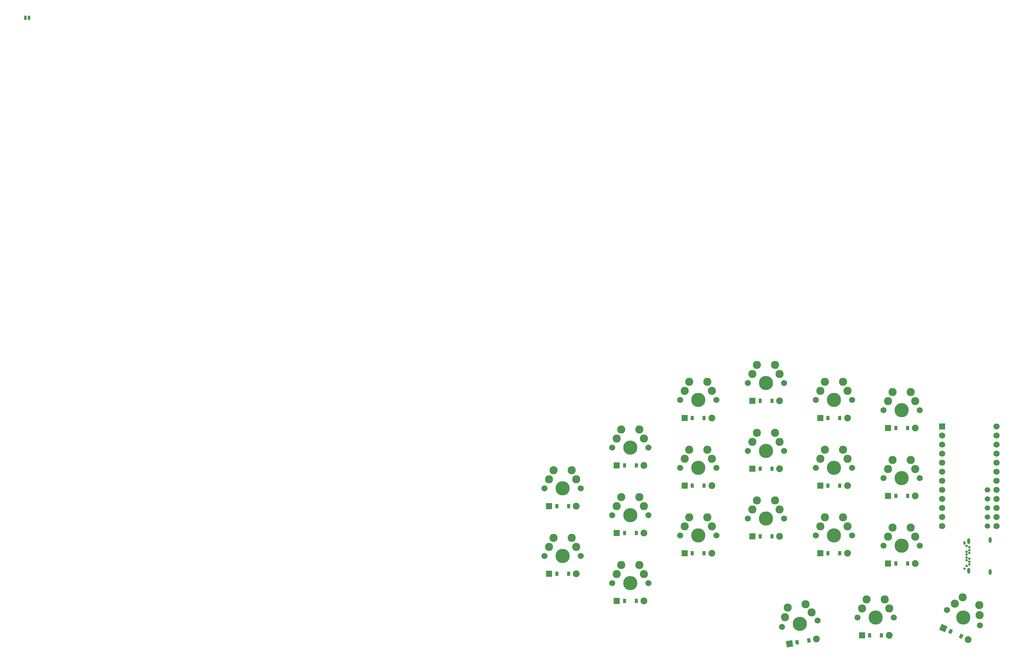
<source format=gbr>
%TF.GenerationSoftware,KiCad,Pcbnew,(7.0.0-0)*%
%TF.CreationDate,2023-06-05T18:59:05+10:00*%
%TF.ProjectId,trone,74726f6e-652e-46b6-9963-61645f706362,v1.0.0*%
%TF.SameCoordinates,Original*%
%TF.FileFunction,Soldermask,Top*%
%TF.FilePolarity,Negative*%
%FSLAX46Y46*%
G04 Gerber Fmt 4.6, Leading zero omitted, Abs format (unit mm)*
G04 Created by KiCad (PCBNEW (7.0.0-0)) date 2023-06-05 18:59:05*
%MOMM*%
%LPD*%
G01*
G04 APERTURE LIST*
G04 Aperture macros list*
%AMRotRect*
0 Rectangle, with rotation*
0 The origin of the aperture is its center*
0 $1 length*
0 $2 width*
0 $3 Rotation angle, in degrees counterclockwise*
0 Add horizontal line*
21,1,$1,$2,0,0,$3*%
G04 Aperture macros list end*
%ADD10C,1.701800*%
%ADD11C,3.987800*%
%ADD12C,2.286000*%
%ADD13RotRect,1.778000X1.778000X10.000000*%
%ADD14RotRect,0.900000X1.200000X10.000000*%
%ADD15C,1.905000*%
%ADD16R,0.635000X1.143000*%
%ADD17R,1.778000X1.778000*%
%ADD18R,0.900000X1.200000*%
%ADD19R,1.752600X1.752600*%
%ADD20C,1.752600*%
%ADD21C,1.524000*%
%ADD22RotRect,1.778000X1.778000X335.000000*%
%ADD23RotRect,0.900000X1.200000X335.000000*%
%ADD24C,0.650000*%
%ADD25C,0.700000*%
%ADD26O,0.800000X1.600000*%
G04 APERTURE END LIST*
D10*
%TO.C,S15*%
X239920000Y-148092500D03*
D11*
X245000000Y-148092500D03*
D10*
X250080000Y-148092500D03*
D12*
X242460000Y-143012500D03*
X247540000Y-143012500D03*
X241190000Y-145552500D03*
X248810000Y-145552500D03*
%TD*%
D10*
%TO.C,S9*%
X201920000Y-140472500D03*
D11*
X207000000Y-140472500D03*
D10*
X212080000Y-140472500D03*
D12*
X204460000Y-135392500D03*
X209540000Y-135392500D03*
X203190000Y-137932500D03*
X210810000Y-137932500D03*
%TD*%
D10*
%TO.C,S2*%
X144920000Y-132000000D03*
D11*
X150000000Y-132000000D03*
D10*
X155080000Y-132000000D03*
D12*
X147460000Y-126920000D03*
X152540000Y-126920000D03*
X146190000Y-129460000D03*
X153810000Y-129460000D03*
%TD*%
D13*
%TO.C,D18*%
X213591122Y-175585638D03*
D14*
X215718307Y-175210557D03*
X218968173Y-174637519D03*
D15*
X221095359Y-174262439D03*
%TD*%
D16*
%TO.C,J1*%
X-500379Y0D03*
X500379Y0D03*
%TD*%
D10*
%TO.C,S16*%
X239920000Y-129092500D03*
D11*
X245000000Y-129092500D03*
D10*
X250080000Y-129092500D03*
D12*
X242460000Y-124012500D03*
X247540000Y-124012500D03*
X241190000Y-126552500D03*
X248810000Y-126552500D03*
%TD*%
D10*
%TO.C,S19*%
X232606347Y-168200685D03*
D11*
X237686347Y-168200685D03*
D10*
X242766347Y-168200685D03*
D12*
X235146347Y-163120685D03*
X240226347Y-163120685D03*
X233876347Y-165660685D03*
X241496347Y-165660685D03*
%TD*%
D17*
%TO.C,D15*%
X241189999Y-153092499D03*
D18*
X243349999Y-153092499D03*
X246649999Y-153092499D03*
D15*
X248810000Y-153092500D03*
%TD*%
D10*
%TO.C,S10*%
X201920000Y-121472500D03*
D11*
X207000000Y-121472500D03*
D10*
X212080000Y-121472500D03*
D12*
X204460000Y-116392500D03*
X209540000Y-116392500D03*
X203190000Y-118932500D03*
X210810000Y-118932500D03*
%TD*%
D17*
%TO.C,D16*%
X241189999Y-134092499D03*
D18*
X243349999Y-134092499D03*
X246649999Y-134092499D03*
D15*
X248810000Y-134092500D03*
%TD*%
D10*
%TO.C,S1*%
X144920000Y-151000000D03*
D11*
X150000000Y-151000000D03*
D10*
X155080000Y-151000000D03*
D12*
X147460000Y-145920000D03*
X152540000Y-145920000D03*
X146190000Y-148460000D03*
X153810000Y-148460000D03*
%TD*%
D17*
%TO.C,D4*%
X165189999Y-144569999D03*
D18*
X167349999Y-144569999D03*
X170649999Y-144569999D03*
D15*
X172810000Y-144570000D03*
%TD*%
D10*
%TO.C,S5*%
X163920000Y-120570000D03*
D11*
X169000000Y-120570000D03*
D10*
X174080000Y-120570000D03*
D12*
X166460000Y-115490000D03*
X171540000Y-115490000D03*
X165190000Y-118030000D03*
X172810000Y-118030000D03*
%TD*%
D17*
%TO.C,D7*%
X184189999Y-131234999D03*
D18*
X186349999Y-131234999D03*
X189649999Y-131234999D03*
D15*
X191810000Y-131235000D03*
%TD*%
D17*
%TO.C,D5*%
X165189999Y-125569999D03*
D18*
X167349999Y-125569999D03*
X170649999Y-125569999D03*
D15*
X172810000Y-125570000D03*
%TD*%
D10*
%TO.C,S14*%
X220920000Y-107235000D03*
D11*
X226000000Y-107235000D03*
D10*
X231080000Y-107235000D03*
D12*
X223460000Y-102155000D03*
X228540000Y-102155000D03*
X222190000Y-104695000D03*
X229810000Y-104695000D03*
%TD*%
D17*
%TO.C,D6*%
X184189999Y-150234999D03*
D18*
X186349999Y-150234999D03*
X189649999Y-150234999D03*
D15*
X191810000Y-150235000D03*
%TD*%
D10*
%TO.C,S7*%
X182920000Y-126235000D03*
D11*
X188000000Y-126235000D03*
D10*
X193080000Y-126235000D03*
D12*
X185460000Y-121155000D03*
X190540000Y-121155000D03*
X184190000Y-123695000D03*
X191810000Y-123695000D03*
%TD*%
D10*
%TO.C,S3*%
X163920000Y-158570000D03*
D11*
X169000000Y-158570000D03*
D10*
X174080000Y-158570000D03*
D12*
X166460000Y-153490000D03*
X171540000Y-153490000D03*
X165190000Y-156030000D03*
X172810000Y-156030000D03*
%TD*%
D17*
%TO.C,D8*%
X184189999Y-112234999D03*
D18*
X186349999Y-112234999D03*
X189649999Y-112234999D03*
D15*
X191810000Y-112235000D03*
%TD*%
D17*
%TO.C,D3*%
X165189999Y-163569999D03*
D18*
X167349999Y-163569999D03*
X170649999Y-163569999D03*
D15*
X172810000Y-163570000D03*
%TD*%
D10*
%TO.C,S11*%
X201920000Y-102472500D03*
D11*
X207000000Y-102472500D03*
D10*
X212080000Y-102472500D03*
D12*
X204460000Y-97392500D03*
X209540000Y-97392500D03*
X203190000Y-99932500D03*
X210810000Y-99932500D03*
%TD*%
D19*
%TO.C,MCU1*%
X256379999Y-114622499D03*
D20*
X256380000Y-117162500D03*
X256380000Y-119702500D03*
X256380000Y-122242500D03*
X256380000Y-124782500D03*
X256380000Y-127322500D03*
X256380000Y-129862500D03*
X256380000Y-132402500D03*
X256380000Y-134942500D03*
X256380000Y-137482500D03*
X256380000Y-140022500D03*
X256380000Y-142562500D03*
X271620000Y-114622500D03*
X271620000Y-117162500D03*
X271620000Y-119702500D03*
X271620000Y-122242500D03*
X271620000Y-124782500D03*
X271620000Y-127322500D03*
X271620000Y-129862500D03*
X271620000Y-132402500D03*
X271620000Y-134942500D03*
X271620000Y-137482500D03*
X271620000Y-140022500D03*
X271620000Y-142562500D03*
D21*
X269080000Y-132402500D03*
X269080000Y-134942500D03*
X269080000Y-137482500D03*
X269080000Y-140022500D03*
X269080000Y-142562500D03*
%TD*%
D22*
%TO.C,D20*%
X256715921Y-171190377D03*
D23*
X258673546Y-172103233D03*
X261664362Y-173497873D03*
D15*
X263621988Y-174410730D03*
%TD*%
D10*
%TO.C,S12*%
X220920000Y-145235000D03*
D11*
X226000000Y-145235000D03*
D10*
X231080000Y-145235000D03*
D12*
X223460000Y-140155000D03*
X228540000Y-140155000D03*
X222190000Y-142695000D03*
X229810000Y-142695000D03*
%TD*%
D17*
%TO.C,D10*%
X203189999Y-126472499D03*
D18*
X205349999Y-126472499D03*
X208649999Y-126472499D03*
D15*
X210810000Y-126472500D03*
%TD*%
D17*
%TO.C,D11*%
X203189999Y-107472499D03*
D18*
X205349999Y-107472499D03*
X208649999Y-107472499D03*
D15*
X210810000Y-107472500D03*
%TD*%
D10*
%TO.C,S17*%
X239920000Y-110092500D03*
D11*
X245000000Y-110092500D03*
D10*
X250080000Y-110092500D03*
D12*
X242460000Y-105012500D03*
X247540000Y-105012500D03*
X241190000Y-107552500D03*
X248810000Y-107552500D03*
%TD*%
D10*
%TO.C,S4*%
X163920000Y-139570000D03*
D11*
X169000000Y-139570000D03*
D10*
X174080000Y-139570000D03*
D12*
X166460000Y-134490000D03*
X171540000Y-134490000D03*
X165190000Y-137030000D03*
X172810000Y-137030000D03*
%TD*%
D17*
%TO.C,D9*%
X203189999Y-145472499D03*
D18*
X205349999Y-145472499D03*
X208649999Y-145472499D03*
D15*
X210810000Y-145472500D03*
%TD*%
D10*
%TO.C,S8*%
X182920000Y-107235000D03*
D11*
X188000000Y-107235000D03*
D10*
X193080000Y-107235000D03*
D12*
X185460000Y-102155000D03*
X190540000Y-102155000D03*
X184190000Y-104695000D03*
X191810000Y-104695000D03*
%TD*%
D10*
%TO.C,S13*%
X220920000Y-126235000D03*
D11*
X226000000Y-126235000D03*
D10*
X231080000Y-126235000D03*
D12*
X223460000Y-121155000D03*
X228540000Y-121155000D03*
X222190000Y-123695000D03*
X229810000Y-123695000D03*
%TD*%
D17*
%TO.C,D17*%
X241189999Y-115092499D03*
D18*
X243349999Y-115092499D03*
X246649999Y-115092499D03*
D15*
X248810000Y-115092500D03*
%TD*%
D17*
%TO.C,D14*%
X222189999Y-112234999D03*
D18*
X224349999Y-112234999D03*
X227649999Y-112234999D03*
D15*
X229810000Y-112235000D03*
%TD*%
D17*
%TO.C,D19*%
X233876346Y-173200684D03*
D18*
X236036346Y-173200684D03*
X239336346Y-173200684D03*
D15*
X241496347Y-173200685D03*
%TD*%
D17*
%TO.C,D2*%
X146189999Y-136999999D03*
D18*
X148349999Y-136999999D03*
X151649999Y-136999999D03*
D15*
X153810000Y-137000000D03*
%TD*%
D10*
%TO.C,S6*%
X182920000Y-145235000D03*
D11*
X188000000Y-145235000D03*
D10*
X193080000Y-145235000D03*
D12*
X185460000Y-140155000D03*
X190540000Y-140155000D03*
X184190000Y-142695000D03*
X191810000Y-142695000D03*
%TD*%
D24*
%TO.C,USBC1*%
X262567500Y-154550000D03*
X262567500Y-147500000D03*
X262567500Y-147200000D03*
D25*
X263217500Y-148150000D03*
X263917500Y-148550000D03*
X263917500Y-149350000D03*
X263217500Y-149750000D03*
X263917500Y-150150000D03*
X263217500Y-150550000D03*
X263217500Y-151350000D03*
X263917500Y-151750000D03*
X263217500Y-152150000D03*
X263917500Y-152550000D03*
X263917500Y-153350000D03*
X263217500Y-153750000D03*
D26*
X263817499Y-155079999D03*
X263817499Y-146819999D03*
X269767499Y-155439999D03*
X269767499Y-146459999D03*
%TD*%
D17*
%TO.C,D12*%
X222189999Y-150234999D03*
D18*
X224349999Y-150234999D03*
X227649999Y-150234999D03*
D15*
X229810000Y-150235000D03*
%TD*%
D17*
%TO.C,D13*%
X222189999Y-131234999D03*
D18*
X224349999Y-131234999D03*
X227649999Y-131234999D03*
D15*
X229810000Y-131235000D03*
%TD*%
D10*
%TO.C,S20*%
X257678002Y-166122114D03*
D11*
X262282046Y-168269015D03*
D10*
X266886090Y-170415916D03*
D12*
X262126925Y-162591521D03*
X266730969Y-164738422D03*
X259902464Y-164356818D03*
X266808529Y-167577169D03*
%TD*%
D17*
%TO.C,D1*%
X146189999Y-155999999D03*
D18*
X148349999Y-155999999D03*
X151649999Y-155999999D03*
D15*
X153810000Y-156000000D03*
%TD*%
D10*
%TO.C,S18*%
X211472177Y-170882133D03*
D11*
X216475000Y-170000000D03*
D10*
X221477823Y-169117867D03*
D12*
X213091456Y-165438243D03*
X218094279Y-164556110D03*
X212281816Y-168160188D03*
X219786051Y-166836989D03*
%TD*%
M02*

</source>
